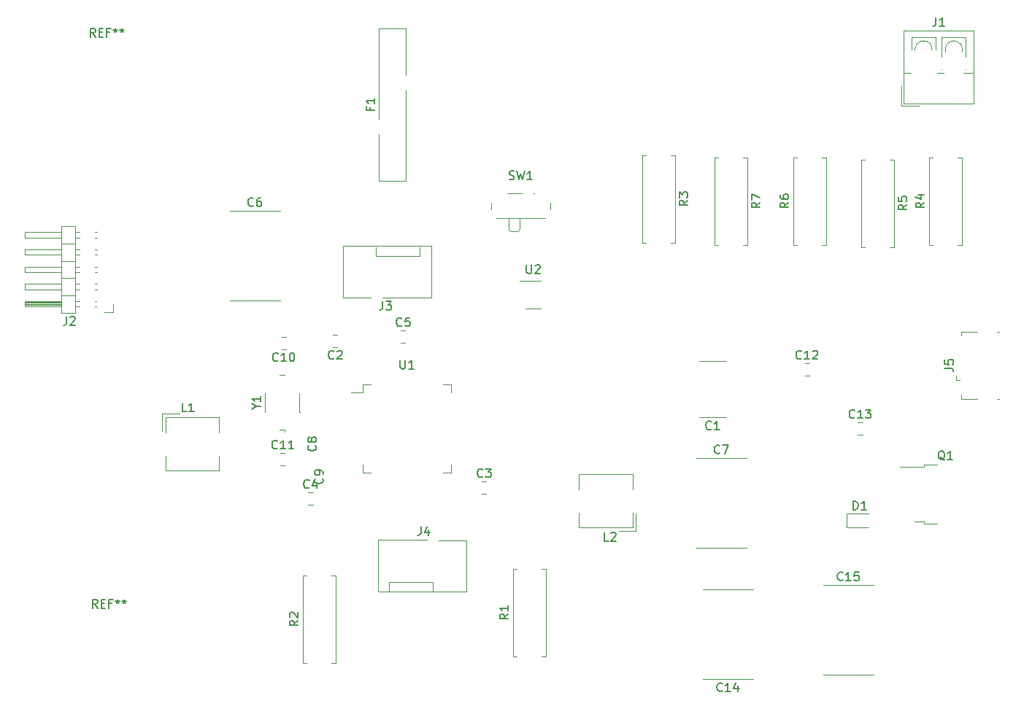
<source format=gbr>
%TF.GenerationSoftware,KiCad,Pcbnew,(5.1.6)-1*%
%TF.CreationDate,2021-02-28T15:35:06+06:00*%
%TF.ProjectId,STM32MCU + Buck Converter,53544d33-324d-4435-9520-2b204275636b,rev?*%
%TF.SameCoordinates,Original*%
%TF.FileFunction,Legend,Top*%
%TF.FilePolarity,Positive*%
%FSLAX46Y46*%
G04 Gerber Fmt 4.6, Leading zero omitted, Abs format (unit mm)*
G04 Created by KiCad (PCBNEW (5.1.6)-1) date 2021-02-28 15:35:06*
%MOMM*%
%LPD*%
G01*
G04 APERTURE LIST*
%ADD10C,0.120000*%
%ADD11C,0.150000*%
G04 APERTURE END LIST*
D10*
%TO.C,J5*%
X181583500Y-74344000D02*
X182033500Y-74344000D01*
X181583500Y-74344000D02*
X181583500Y-73894000D01*
X182133500Y-68744000D02*
X182133500Y-69194000D01*
X183983500Y-68744000D02*
X182133500Y-68744000D01*
X186533500Y-76544000D02*
X186283500Y-76544000D01*
X186533500Y-68744000D02*
X186283500Y-68744000D01*
X183983500Y-76544000D02*
X182133500Y-76544000D01*
X182133500Y-76544000D02*
X182133500Y-76094000D01*
%TO.C,U1*%
X122016000Y-85120000D02*
X122966000Y-85120000D01*
X122966000Y-85120000D02*
X122966000Y-84170000D01*
X113696000Y-85120000D02*
X112746000Y-85120000D01*
X112746000Y-85120000D02*
X112746000Y-84170000D01*
X122016000Y-74900000D02*
X122966000Y-74900000D01*
X122966000Y-74900000D02*
X122966000Y-75850000D01*
X113696000Y-74900000D02*
X112746000Y-74900000D01*
X112746000Y-74900000D02*
X112746000Y-75850000D01*
X112746000Y-75850000D02*
X111406000Y-75850000D01*
%TO.C,J1*%
X175490000Y-38693000D02*
X176260000Y-38693000D01*
X179340000Y-38693000D02*
X180167000Y-38693000D01*
X182434000Y-38693000D02*
X183610000Y-38693000D01*
X175490000Y-33832000D02*
X183610000Y-33832000D01*
X175490000Y-42252000D02*
X183610000Y-42252000D01*
X175490000Y-33832000D02*
X175490000Y-42252000D01*
X183610000Y-33832000D02*
X183610000Y-42252000D01*
X176400000Y-34592000D02*
X179200000Y-34592000D01*
X176400000Y-34592000D02*
X176400000Y-36052000D01*
X179200000Y-34592000D02*
X179200000Y-36052000D01*
X179900000Y-34592000D02*
X182700000Y-34592000D01*
X179900000Y-38342000D02*
X179901000Y-38342000D01*
X182700000Y-38342000D02*
X182700000Y-38342000D01*
X179900000Y-34592000D02*
X179900000Y-36903000D01*
X179900000Y-38281000D02*
X179900000Y-38342000D01*
X182700000Y-34592000D02*
X182700000Y-36903000D01*
X182700000Y-38281000D02*
X182700000Y-38342000D01*
X175250000Y-40252000D02*
X175250000Y-42492000D01*
X175250000Y-42492000D02*
X177250000Y-42492000D01*
X180360085Y-36334233D02*
G75*
G02*
X182240000Y-36334000I939915J342233D01*
G01*
X176802110Y-36062566D02*
G75*
G02*
X178798000Y-36061000I997890J70566D01*
G01*
%TO.C,J2*%
X79364000Y-66592000D02*
X79364000Y-56472000D01*
X79364000Y-56472000D02*
X77744000Y-56472000D01*
X77744000Y-56472000D02*
X77744000Y-66592000D01*
X77744000Y-66592000D02*
X79364000Y-66592000D01*
X77744000Y-65842000D02*
X73544000Y-65842000D01*
X73544000Y-65842000D02*
X73544000Y-65222000D01*
X73544000Y-65222000D02*
X77744000Y-65222000D01*
X77744000Y-65782000D02*
X73544000Y-65782000D01*
X77744000Y-65662000D02*
X73544000Y-65662000D01*
X77744000Y-65542000D02*
X73544000Y-65542000D01*
X77744000Y-65422000D02*
X73544000Y-65422000D01*
X77744000Y-65302000D02*
X73544000Y-65302000D01*
X79921886Y-65842000D02*
X79364000Y-65842000D01*
X79921886Y-65222000D02*
X79364000Y-65222000D01*
X81869000Y-65842000D02*
X81686114Y-65842000D01*
X81869000Y-65222000D02*
X81686114Y-65222000D01*
X79364000Y-64532000D02*
X77744000Y-64532000D01*
X77744000Y-63842000D02*
X73544000Y-63842000D01*
X73544000Y-63842000D02*
X73544000Y-63222000D01*
X73544000Y-63222000D02*
X77744000Y-63222000D01*
X79921886Y-63842000D02*
X79364000Y-63842000D01*
X79921886Y-63222000D02*
X79364000Y-63222000D01*
X81921886Y-63842000D02*
X81686114Y-63842000D01*
X81921886Y-63222000D02*
X81686114Y-63222000D01*
X79364000Y-62532000D02*
X77744000Y-62532000D01*
X77744000Y-61842000D02*
X73544000Y-61842000D01*
X73544000Y-61842000D02*
X73544000Y-61222000D01*
X73544000Y-61222000D02*
X77744000Y-61222000D01*
X79921886Y-61842000D02*
X79364000Y-61842000D01*
X79921886Y-61222000D02*
X79364000Y-61222000D01*
X81921886Y-61842000D02*
X81686114Y-61842000D01*
X81921886Y-61222000D02*
X81686114Y-61222000D01*
X79364000Y-60532000D02*
X77744000Y-60532000D01*
X77744000Y-59842000D02*
X73544000Y-59842000D01*
X73544000Y-59842000D02*
X73544000Y-59222000D01*
X73544000Y-59222000D02*
X77744000Y-59222000D01*
X79921886Y-59842000D02*
X79364000Y-59842000D01*
X79921886Y-59222000D02*
X79364000Y-59222000D01*
X81921886Y-59842000D02*
X81686114Y-59842000D01*
X81921886Y-59222000D02*
X81686114Y-59222000D01*
X79364000Y-58532000D02*
X77744000Y-58532000D01*
X77744000Y-57842000D02*
X73544000Y-57842000D01*
X73544000Y-57842000D02*
X73544000Y-57222000D01*
X73544000Y-57222000D02*
X77744000Y-57222000D01*
X79921886Y-57842000D02*
X79364000Y-57842000D01*
X79921886Y-57222000D02*
X79364000Y-57222000D01*
X81921886Y-57842000D02*
X81686114Y-57842000D01*
X81921886Y-57222000D02*
X81686114Y-57222000D01*
X83804000Y-65532000D02*
X83804000Y-66532000D01*
X83804000Y-66532000D02*
X82804000Y-66532000D01*
%TO.C,C1*%
X154853369Y-78723000D02*
X151808631Y-78723000D01*
X154853369Y-72153000D02*
X151808631Y-72153000D01*
%TO.C,C2*%
X109811078Y-69140000D02*
X109293922Y-69140000D01*
X109811078Y-70560000D02*
X109293922Y-70560000D01*
%TO.C,C3*%
X126565922Y-86158000D02*
X127083078Y-86158000D01*
X126565922Y-87578000D02*
X127083078Y-87578000D01*
%TO.C,C4*%
X106421422Y-88848000D02*
X106938578Y-88848000D01*
X106421422Y-87428000D02*
X106938578Y-87428000D01*
%TO.C,C5*%
X117167922Y-68632000D02*
X117685078Y-68632000D01*
X117167922Y-70052000D02*
X117685078Y-70052000D01*
%TO.C,C6*%
X97296631Y-54734000D02*
X103141369Y-54734000D01*
X97296631Y-65154000D02*
X103141369Y-65154000D01*
%TO.C,C7*%
X151398631Y-93856000D02*
X157243369Y-93856000D01*
X151398631Y-83436000D02*
X157243369Y-83436000D01*
%TO.C,C10*%
X103812078Y-70814000D02*
X103294922Y-70814000D01*
X103812078Y-69394000D02*
X103294922Y-69394000D01*
%TO.C,C11*%
X103197922Y-84276000D02*
X103715078Y-84276000D01*
X103197922Y-82856000D02*
X103715078Y-82856000D01*
%TO.C,C12*%
X164000922Y-72442000D02*
X164518078Y-72442000D01*
X164000922Y-73862000D02*
X164518078Y-73862000D01*
%TO.C,C13*%
X170175422Y-80720000D02*
X170692578Y-80720000D01*
X170175422Y-79300000D02*
X170692578Y-79300000D01*
%TO.C,C14*%
X158005369Y-109096000D02*
X152160631Y-109096000D01*
X158005369Y-98676000D02*
X152160631Y-98676000D01*
%TO.C,C15*%
X166130631Y-108588000D02*
X171975369Y-108588000D01*
X166130631Y-98168000D02*
X171975369Y-98168000D01*
%TO.C,D1*%
X168868000Y-89878000D02*
X168868000Y-91478000D01*
X168868000Y-91478000D02*
X171418000Y-91478000D01*
X168868000Y-89878000D02*
X171418000Y-89878000D01*
%TO.C,F1*%
X114570000Y-51258000D02*
X114570000Y-45837000D01*
X114570000Y-44079000D02*
X114570000Y-33558000D01*
X117770000Y-51258000D02*
X117770000Y-40736000D01*
X117770000Y-38979000D02*
X117770000Y-33558000D01*
X114570000Y-51258000D02*
X117770000Y-51258000D01*
X114570000Y-33558000D02*
X117770000Y-33558000D01*
%TO.C,J3*%
X114300000Y-59940000D02*
X114300000Y-58930000D01*
X119380000Y-59940000D02*
X114300000Y-59940000D01*
X119380000Y-58930000D02*
X119380000Y-59940000D01*
X120730000Y-58830000D02*
X120730000Y-64830000D01*
X110430000Y-58830000D02*
X120730000Y-58830000D01*
X110430000Y-64780000D02*
X110430000Y-58830000D01*
X113630000Y-64780000D02*
X110430000Y-64780000D01*
X120730000Y-64830000D02*
X114980000Y-64830000D01*
%TO.C,J4*%
X114474000Y-92904000D02*
X120224000Y-92904000D01*
X121574000Y-92954000D02*
X124774000Y-92954000D01*
X124774000Y-92954000D02*
X124774000Y-98904000D01*
X124774000Y-98904000D02*
X114474000Y-98904000D01*
X114474000Y-98904000D02*
X114474000Y-92904000D01*
X115824000Y-98804000D02*
X115824000Y-97794000D01*
X115824000Y-97794000D02*
X120904000Y-97794000D01*
X120904000Y-97794000D02*
X120904000Y-98804000D01*
%TO.C,L1*%
X89844000Y-83138000D02*
X89844000Y-84908000D01*
X89844000Y-78668000D02*
X89844000Y-80438000D01*
X89844000Y-84908000D02*
X96084000Y-84908000D01*
X96084000Y-83138000D02*
X96084000Y-84908000D01*
X96084000Y-78668000D02*
X96084000Y-80438000D01*
X89844000Y-78668000D02*
X96084000Y-78668000D01*
X89464000Y-78288000D02*
X91464000Y-78288000D01*
X89464000Y-80288000D02*
X89464000Y-78288000D01*
%TO.C,L2*%
X144426000Y-89892000D02*
X144426000Y-91892000D01*
X144426000Y-91892000D02*
X142426000Y-91892000D01*
X144046000Y-91512000D02*
X137806000Y-91512000D01*
X137806000Y-91512000D02*
X137806000Y-89742000D01*
X137806000Y-87042000D02*
X137806000Y-85272000D01*
X144046000Y-85272000D02*
X137806000Y-85272000D01*
X144046000Y-91512000D02*
X144046000Y-89742000D01*
X144046000Y-87042000D02*
X144046000Y-85272000D01*
%TO.C,Q1*%
X179370000Y-84180000D02*
X177870000Y-84180000D01*
X177870000Y-84180000D02*
X177870000Y-84450000D01*
X177870000Y-84450000D02*
X175040000Y-84450000D01*
X179370000Y-91080000D02*
X177870000Y-91080000D01*
X177870000Y-91080000D02*
X177870000Y-90810000D01*
X177870000Y-90810000D02*
X176770000Y-90810000D01*
%TO.C,R1*%
X130640000Y-106416000D02*
X130160000Y-106416000D01*
X130160000Y-106416000D02*
X130160000Y-96276000D01*
X130160000Y-96276000D02*
X130640000Y-96276000D01*
X133520000Y-106416000D02*
X134000000Y-106416000D01*
X134000000Y-106416000D02*
X134000000Y-96276000D01*
X134000000Y-96276000D02*
X133520000Y-96276000D01*
%TO.C,R2*%
X109616000Y-97038000D02*
X109136000Y-97038000D01*
X109616000Y-107178000D02*
X109616000Y-97038000D01*
X109136000Y-107178000D02*
X109616000Y-107178000D01*
X105776000Y-97038000D02*
X106256000Y-97038000D01*
X105776000Y-107178000D02*
X105776000Y-97038000D01*
X106256000Y-107178000D02*
X105776000Y-107178000D01*
%TO.C,R3*%
X148506000Y-48270000D02*
X148986000Y-48270000D01*
X148986000Y-48270000D02*
X148986000Y-58410000D01*
X148986000Y-58410000D02*
X148506000Y-58410000D01*
X145626000Y-48270000D02*
X145146000Y-48270000D01*
X145146000Y-48270000D02*
X145146000Y-58410000D01*
X145146000Y-58410000D02*
X145626000Y-58410000D01*
%TO.C,R4*%
X182260000Y-48524000D02*
X181780000Y-48524000D01*
X182260000Y-58664000D02*
X182260000Y-48524000D01*
X181780000Y-58664000D02*
X182260000Y-58664000D01*
X178420000Y-48524000D02*
X178900000Y-48524000D01*
X178420000Y-58664000D02*
X178420000Y-48524000D01*
X178900000Y-58664000D02*
X178420000Y-58664000D01*
%TO.C,R5*%
X173906000Y-48778000D02*
X174386000Y-48778000D01*
X174386000Y-48778000D02*
X174386000Y-58918000D01*
X174386000Y-58918000D02*
X173906000Y-58918000D01*
X171026000Y-48778000D02*
X170546000Y-48778000D01*
X170546000Y-48778000D02*
X170546000Y-58918000D01*
X170546000Y-58918000D02*
X171026000Y-58918000D01*
%TO.C,R6*%
X163152000Y-58664000D02*
X162672000Y-58664000D01*
X162672000Y-58664000D02*
X162672000Y-48524000D01*
X162672000Y-48524000D02*
X163152000Y-48524000D01*
X166032000Y-58664000D02*
X166512000Y-58664000D01*
X166512000Y-58664000D02*
X166512000Y-48524000D01*
X166512000Y-48524000D02*
X166032000Y-48524000D01*
%TO.C,R7*%
X153528000Y-58664000D02*
X154008000Y-58664000D01*
X153528000Y-48524000D02*
X153528000Y-58664000D01*
X154008000Y-48524000D02*
X153528000Y-48524000D01*
X157368000Y-58664000D02*
X156888000Y-58664000D01*
X157368000Y-48524000D02*
X157368000Y-58664000D01*
X156888000Y-48524000D02*
X157368000Y-48524000D01*
%TO.C,SW1*%
X132464000Y-52728000D02*
X132664000Y-52728000D01*
X129664000Y-56868000D02*
X129864000Y-57078000D01*
X130964000Y-56868000D02*
X130764000Y-57078000D01*
X129664000Y-55578000D02*
X129664000Y-56868000D01*
X129864000Y-57078000D02*
X130764000Y-57078000D01*
X130964000Y-56868000D02*
X130964000Y-55578000D01*
X128214000Y-55578000D02*
X133914000Y-55578000D01*
X129464000Y-52728000D02*
X131164000Y-52728000D01*
X127614000Y-53778000D02*
X127614000Y-54568000D01*
X134514000Y-54568000D02*
X134514000Y-53778000D01*
%TO.C,U2*%
X131604000Y-66060000D02*
X133404000Y-66060000D01*
X133404000Y-62840000D02*
X130954000Y-62840000D01*
%TO.C,Y1*%
X103678000Y-80402000D02*
X103678000Y-80162000D01*
X103678000Y-80162000D02*
X103078000Y-80162000D01*
X103078000Y-73762000D02*
X103678000Y-73762000D01*
X101428000Y-78062000D02*
X101428000Y-75862000D01*
X105328000Y-75862000D02*
X105328000Y-78062000D01*
X105328000Y-78062000D02*
X105568000Y-78062000D01*
%TO.C,REF\u002A\u002A*%
D11*
X81978666Y-100838380D02*
X81645333Y-100362190D01*
X81407238Y-100838380D02*
X81407238Y-99838380D01*
X81788190Y-99838380D01*
X81883428Y-99886000D01*
X81931047Y-99933619D01*
X81978666Y-100028857D01*
X81978666Y-100171714D01*
X81931047Y-100266952D01*
X81883428Y-100314571D01*
X81788190Y-100362190D01*
X81407238Y-100362190D01*
X82407238Y-100314571D02*
X82740571Y-100314571D01*
X82883428Y-100838380D02*
X82407238Y-100838380D01*
X82407238Y-99838380D01*
X82883428Y-99838380D01*
X83645333Y-100314571D02*
X83312000Y-100314571D01*
X83312000Y-100838380D02*
X83312000Y-99838380D01*
X83788190Y-99838380D01*
X84312000Y-99838380D02*
X84312000Y-100076476D01*
X84073904Y-99981238D02*
X84312000Y-100076476D01*
X84550095Y-99981238D01*
X84169142Y-100266952D02*
X84312000Y-100076476D01*
X84454857Y-100266952D01*
X85073904Y-99838380D02*
X85073904Y-100076476D01*
X84835809Y-99981238D02*
X85073904Y-100076476D01*
X85312000Y-99981238D01*
X84931047Y-100266952D02*
X85073904Y-100076476D01*
X85216761Y-100266952D01*
X81724666Y-34544380D02*
X81391333Y-34068190D01*
X81153238Y-34544380D02*
X81153238Y-33544380D01*
X81534190Y-33544380D01*
X81629428Y-33592000D01*
X81677047Y-33639619D01*
X81724666Y-33734857D01*
X81724666Y-33877714D01*
X81677047Y-33972952D01*
X81629428Y-34020571D01*
X81534190Y-34068190D01*
X81153238Y-34068190D01*
X82153238Y-34020571D02*
X82486571Y-34020571D01*
X82629428Y-34544380D02*
X82153238Y-34544380D01*
X82153238Y-33544380D01*
X82629428Y-33544380D01*
X83391333Y-34020571D02*
X83058000Y-34020571D01*
X83058000Y-34544380D02*
X83058000Y-33544380D01*
X83534190Y-33544380D01*
X84058000Y-33544380D02*
X84058000Y-33782476D01*
X83819904Y-33687238D02*
X84058000Y-33782476D01*
X84296095Y-33687238D01*
X83915142Y-33972952D02*
X84058000Y-33782476D01*
X84200857Y-33972952D01*
X84819904Y-33544380D02*
X84819904Y-33782476D01*
X84581809Y-33687238D02*
X84819904Y-33782476D01*
X85058000Y-33687238D01*
X84677047Y-33972952D02*
X84819904Y-33782476D01*
X84962761Y-33972952D01*
%TO.C,J5*%
X180235880Y-72977333D02*
X180950166Y-72977333D01*
X181093023Y-73024952D01*
X181188261Y-73120190D01*
X181235880Y-73263047D01*
X181235880Y-73358285D01*
X180235880Y-72024952D02*
X180235880Y-72501142D01*
X180712071Y-72548761D01*
X180664452Y-72501142D01*
X180616833Y-72405904D01*
X180616833Y-72167809D01*
X180664452Y-72072571D01*
X180712071Y-72024952D01*
X180807309Y-71977333D01*
X181045404Y-71977333D01*
X181140642Y-72024952D01*
X181188261Y-72072571D01*
X181235880Y-72167809D01*
X181235880Y-72405904D01*
X181188261Y-72501142D01*
X181140642Y-72548761D01*
%TO.C,U1*%
X117094095Y-72062380D02*
X117094095Y-72871904D01*
X117141714Y-72967142D01*
X117189333Y-73014761D01*
X117284571Y-73062380D01*
X117475047Y-73062380D01*
X117570285Y-73014761D01*
X117617904Y-72967142D01*
X117665523Y-72871904D01*
X117665523Y-72062380D01*
X118665523Y-73062380D02*
X118094095Y-73062380D01*
X118379809Y-73062380D02*
X118379809Y-72062380D01*
X118284571Y-72205238D01*
X118189333Y-72300476D01*
X118094095Y-72348095D01*
%TO.C,J1*%
X179216666Y-32284380D02*
X179216666Y-32998666D01*
X179169047Y-33141523D01*
X179073809Y-33236761D01*
X178930952Y-33284380D01*
X178835714Y-33284380D01*
X180216666Y-33284380D02*
X179645238Y-33284380D01*
X179930952Y-33284380D02*
X179930952Y-32284380D01*
X179835714Y-32427238D01*
X179740476Y-32522476D01*
X179645238Y-32570095D01*
%TO.C,J2*%
X78370666Y-66984380D02*
X78370666Y-67698666D01*
X78323047Y-67841523D01*
X78227809Y-67936761D01*
X78084952Y-67984380D01*
X77989714Y-67984380D01*
X78799238Y-67079619D02*
X78846857Y-67032000D01*
X78942095Y-66984380D01*
X79180190Y-66984380D01*
X79275428Y-67032000D01*
X79323047Y-67079619D01*
X79370666Y-67174857D01*
X79370666Y-67270095D01*
X79323047Y-67412952D01*
X78751619Y-67984380D01*
X79370666Y-67984380D01*
%TO.C,C1*%
X153164333Y-80045142D02*
X153116714Y-80092761D01*
X152973857Y-80140380D01*
X152878619Y-80140380D01*
X152735761Y-80092761D01*
X152640523Y-79997523D01*
X152592904Y-79902285D01*
X152545285Y-79711809D01*
X152545285Y-79568952D01*
X152592904Y-79378476D01*
X152640523Y-79283238D01*
X152735761Y-79188000D01*
X152878619Y-79140380D01*
X152973857Y-79140380D01*
X153116714Y-79188000D01*
X153164333Y-79235619D01*
X154116714Y-80140380D02*
X153545285Y-80140380D01*
X153831000Y-80140380D02*
X153831000Y-79140380D01*
X153735761Y-79283238D01*
X153640523Y-79378476D01*
X153545285Y-79426095D01*
%TO.C,C2*%
X109385833Y-71857142D02*
X109338214Y-71904761D01*
X109195357Y-71952380D01*
X109100119Y-71952380D01*
X108957261Y-71904761D01*
X108862023Y-71809523D01*
X108814404Y-71714285D01*
X108766785Y-71523809D01*
X108766785Y-71380952D01*
X108814404Y-71190476D01*
X108862023Y-71095238D01*
X108957261Y-71000000D01*
X109100119Y-70952380D01*
X109195357Y-70952380D01*
X109338214Y-71000000D01*
X109385833Y-71047619D01*
X109766785Y-71047619D02*
X109814404Y-71000000D01*
X109909642Y-70952380D01*
X110147738Y-70952380D01*
X110242976Y-71000000D01*
X110290595Y-71047619D01*
X110338214Y-71142857D01*
X110338214Y-71238095D01*
X110290595Y-71380952D01*
X109719166Y-71952380D01*
X110338214Y-71952380D01*
%TO.C,C3*%
X126657833Y-85575142D02*
X126610214Y-85622761D01*
X126467357Y-85670380D01*
X126372119Y-85670380D01*
X126229261Y-85622761D01*
X126134023Y-85527523D01*
X126086404Y-85432285D01*
X126038785Y-85241809D01*
X126038785Y-85098952D01*
X126086404Y-84908476D01*
X126134023Y-84813238D01*
X126229261Y-84718000D01*
X126372119Y-84670380D01*
X126467357Y-84670380D01*
X126610214Y-84718000D01*
X126657833Y-84765619D01*
X126991166Y-84670380D02*
X127610214Y-84670380D01*
X127276880Y-85051333D01*
X127419738Y-85051333D01*
X127514976Y-85098952D01*
X127562595Y-85146571D01*
X127610214Y-85241809D01*
X127610214Y-85479904D01*
X127562595Y-85575142D01*
X127514976Y-85622761D01*
X127419738Y-85670380D01*
X127134023Y-85670380D01*
X127038785Y-85622761D01*
X126991166Y-85575142D01*
%TO.C,C4*%
X106513333Y-86845142D02*
X106465714Y-86892761D01*
X106322857Y-86940380D01*
X106227619Y-86940380D01*
X106084761Y-86892761D01*
X105989523Y-86797523D01*
X105941904Y-86702285D01*
X105894285Y-86511809D01*
X105894285Y-86368952D01*
X105941904Y-86178476D01*
X105989523Y-86083238D01*
X106084761Y-85988000D01*
X106227619Y-85940380D01*
X106322857Y-85940380D01*
X106465714Y-85988000D01*
X106513333Y-86035619D01*
X107370476Y-86273714D02*
X107370476Y-86940380D01*
X107132380Y-85892761D02*
X106894285Y-86607047D01*
X107513333Y-86607047D01*
%TO.C,C5*%
X117259833Y-68049142D02*
X117212214Y-68096761D01*
X117069357Y-68144380D01*
X116974119Y-68144380D01*
X116831261Y-68096761D01*
X116736023Y-68001523D01*
X116688404Y-67906285D01*
X116640785Y-67715809D01*
X116640785Y-67572952D01*
X116688404Y-67382476D01*
X116736023Y-67287238D01*
X116831261Y-67192000D01*
X116974119Y-67144380D01*
X117069357Y-67144380D01*
X117212214Y-67192000D01*
X117259833Y-67239619D01*
X118164595Y-67144380D02*
X117688404Y-67144380D01*
X117640785Y-67620571D01*
X117688404Y-67572952D01*
X117783642Y-67525333D01*
X118021738Y-67525333D01*
X118116976Y-67572952D01*
X118164595Y-67620571D01*
X118212214Y-67715809D01*
X118212214Y-67953904D01*
X118164595Y-68049142D01*
X118116976Y-68096761D01*
X118021738Y-68144380D01*
X117783642Y-68144380D01*
X117688404Y-68096761D01*
X117640785Y-68049142D01*
%TO.C,C6*%
X100052333Y-54121142D02*
X100004714Y-54168761D01*
X99861857Y-54216380D01*
X99766619Y-54216380D01*
X99623761Y-54168761D01*
X99528523Y-54073523D01*
X99480904Y-53978285D01*
X99433285Y-53787809D01*
X99433285Y-53644952D01*
X99480904Y-53454476D01*
X99528523Y-53359238D01*
X99623761Y-53264000D01*
X99766619Y-53216380D01*
X99861857Y-53216380D01*
X100004714Y-53264000D01*
X100052333Y-53311619D01*
X100909476Y-53216380D02*
X100719000Y-53216380D01*
X100623761Y-53264000D01*
X100576142Y-53311619D01*
X100480904Y-53454476D01*
X100433285Y-53644952D01*
X100433285Y-54025904D01*
X100480904Y-54121142D01*
X100528523Y-54168761D01*
X100623761Y-54216380D01*
X100814238Y-54216380D01*
X100909476Y-54168761D01*
X100957095Y-54121142D01*
X101004714Y-54025904D01*
X101004714Y-53787809D01*
X100957095Y-53692571D01*
X100909476Y-53644952D01*
X100814238Y-53597333D01*
X100623761Y-53597333D01*
X100528523Y-53644952D01*
X100480904Y-53692571D01*
X100433285Y-53787809D01*
%TO.C,C7*%
X154154333Y-82823142D02*
X154106714Y-82870761D01*
X153963857Y-82918380D01*
X153868619Y-82918380D01*
X153725761Y-82870761D01*
X153630523Y-82775523D01*
X153582904Y-82680285D01*
X153535285Y-82489809D01*
X153535285Y-82346952D01*
X153582904Y-82156476D01*
X153630523Y-82061238D01*
X153725761Y-81966000D01*
X153868619Y-81918380D01*
X153963857Y-81918380D01*
X154106714Y-81966000D01*
X154154333Y-82013619D01*
X154487666Y-81918380D02*
X155154333Y-81918380D01*
X154725761Y-82918380D01*
%TO.C,C8*%
X107257142Y-81954666D02*
X107304761Y-82002285D01*
X107352380Y-82145142D01*
X107352380Y-82240380D01*
X107304761Y-82383238D01*
X107209523Y-82478476D01*
X107114285Y-82526095D01*
X106923809Y-82573714D01*
X106780952Y-82573714D01*
X106590476Y-82526095D01*
X106495238Y-82478476D01*
X106400000Y-82383238D01*
X106352380Y-82240380D01*
X106352380Y-82145142D01*
X106400000Y-82002285D01*
X106447619Y-81954666D01*
X106780952Y-81383238D02*
X106733333Y-81478476D01*
X106685714Y-81526095D01*
X106590476Y-81573714D01*
X106542857Y-81573714D01*
X106447619Y-81526095D01*
X106400000Y-81478476D01*
X106352380Y-81383238D01*
X106352380Y-81192761D01*
X106400000Y-81097523D01*
X106447619Y-81049904D01*
X106542857Y-81002285D01*
X106590476Y-81002285D01*
X106685714Y-81049904D01*
X106733333Y-81097523D01*
X106780952Y-81192761D01*
X106780952Y-81383238D01*
X106828571Y-81478476D01*
X106876190Y-81526095D01*
X106971428Y-81573714D01*
X107161904Y-81573714D01*
X107257142Y-81526095D01*
X107304761Y-81478476D01*
X107352380Y-81383238D01*
X107352380Y-81192761D01*
X107304761Y-81097523D01*
X107257142Y-81049904D01*
X107161904Y-81002285D01*
X106971428Y-81002285D01*
X106876190Y-81049904D01*
X106828571Y-81097523D01*
X106780952Y-81192761D01*
%TO.C,C9*%
X108053142Y-85764666D02*
X108100761Y-85812285D01*
X108148380Y-85955142D01*
X108148380Y-86050380D01*
X108100761Y-86193238D01*
X108005523Y-86288476D01*
X107910285Y-86336095D01*
X107719809Y-86383714D01*
X107576952Y-86383714D01*
X107386476Y-86336095D01*
X107291238Y-86288476D01*
X107196000Y-86193238D01*
X107148380Y-86050380D01*
X107148380Y-85955142D01*
X107196000Y-85812285D01*
X107243619Y-85764666D01*
X108148380Y-85288476D02*
X108148380Y-85098000D01*
X108100761Y-85002761D01*
X108053142Y-84955142D01*
X107910285Y-84859904D01*
X107719809Y-84812285D01*
X107338857Y-84812285D01*
X107243619Y-84859904D01*
X107196000Y-84907523D01*
X107148380Y-85002761D01*
X107148380Y-85193238D01*
X107196000Y-85288476D01*
X107243619Y-85336095D01*
X107338857Y-85383714D01*
X107576952Y-85383714D01*
X107672190Y-85336095D01*
X107719809Y-85288476D01*
X107767428Y-85193238D01*
X107767428Y-85002761D01*
X107719809Y-84907523D01*
X107672190Y-84859904D01*
X107576952Y-84812285D01*
%TO.C,C10*%
X102910642Y-72111142D02*
X102863023Y-72158761D01*
X102720166Y-72206380D01*
X102624928Y-72206380D01*
X102482071Y-72158761D01*
X102386833Y-72063523D01*
X102339214Y-71968285D01*
X102291595Y-71777809D01*
X102291595Y-71634952D01*
X102339214Y-71444476D01*
X102386833Y-71349238D01*
X102482071Y-71254000D01*
X102624928Y-71206380D01*
X102720166Y-71206380D01*
X102863023Y-71254000D01*
X102910642Y-71301619D01*
X103863023Y-72206380D02*
X103291595Y-72206380D01*
X103577309Y-72206380D02*
X103577309Y-71206380D01*
X103482071Y-71349238D01*
X103386833Y-71444476D01*
X103291595Y-71492095D01*
X104482071Y-71206380D02*
X104577309Y-71206380D01*
X104672547Y-71254000D01*
X104720166Y-71301619D01*
X104767785Y-71396857D01*
X104815404Y-71587333D01*
X104815404Y-71825428D01*
X104767785Y-72015904D01*
X104720166Y-72111142D01*
X104672547Y-72158761D01*
X104577309Y-72206380D01*
X104482071Y-72206380D01*
X104386833Y-72158761D01*
X104339214Y-72111142D01*
X104291595Y-72015904D01*
X104243976Y-71825428D01*
X104243976Y-71587333D01*
X104291595Y-71396857D01*
X104339214Y-71301619D01*
X104386833Y-71254000D01*
X104482071Y-71206380D01*
%TO.C,C11*%
X102813642Y-82273142D02*
X102766023Y-82320761D01*
X102623166Y-82368380D01*
X102527928Y-82368380D01*
X102385071Y-82320761D01*
X102289833Y-82225523D01*
X102242214Y-82130285D01*
X102194595Y-81939809D01*
X102194595Y-81796952D01*
X102242214Y-81606476D01*
X102289833Y-81511238D01*
X102385071Y-81416000D01*
X102527928Y-81368380D01*
X102623166Y-81368380D01*
X102766023Y-81416000D01*
X102813642Y-81463619D01*
X103766023Y-82368380D02*
X103194595Y-82368380D01*
X103480309Y-82368380D02*
X103480309Y-81368380D01*
X103385071Y-81511238D01*
X103289833Y-81606476D01*
X103194595Y-81654095D01*
X104718404Y-82368380D02*
X104146976Y-82368380D01*
X104432690Y-82368380D02*
X104432690Y-81368380D01*
X104337452Y-81511238D01*
X104242214Y-81606476D01*
X104146976Y-81654095D01*
%TO.C,C12*%
X163616642Y-71859142D02*
X163569023Y-71906761D01*
X163426166Y-71954380D01*
X163330928Y-71954380D01*
X163188071Y-71906761D01*
X163092833Y-71811523D01*
X163045214Y-71716285D01*
X162997595Y-71525809D01*
X162997595Y-71382952D01*
X163045214Y-71192476D01*
X163092833Y-71097238D01*
X163188071Y-71002000D01*
X163330928Y-70954380D01*
X163426166Y-70954380D01*
X163569023Y-71002000D01*
X163616642Y-71049619D01*
X164569023Y-71954380D02*
X163997595Y-71954380D01*
X164283309Y-71954380D02*
X164283309Y-70954380D01*
X164188071Y-71097238D01*
X164092833Y-71192476D01*
X163997595Y-71240095D01*
X164949976Y-71049619D02*
X164997595Y-71002000D01*
X165092833Y-70954380D01*
X165330928Y-70954380D01*
X165426166Y-71002000D01*
X165473785Y-71049619D01*
X165521404Y-71144857D01*
X165521404Y-71240095D01*
X165473785Y-71382952D01*
X164902357Y-71954380D01*
X165521404Y-71954380D01*
%TO.C,C13*%
X169791142Y-78717142D02*
X169743523Y-78764761D01*
X169600666Y-78812380D01*
X169505428Y-78812380D01*
X169362571Y-78764761D01*
X169267333Y-78669523D01*
X169219714Y-78574285D01*
X169172095Y-78383809D01*
X169172095Y-78240952D01*
X169219714Y-78050476D01*
X169267333Y-77955238D01*
X169362571Y-77860000D01*
X169505428Y-77812380D01*
X169600666Y-77812380D01*
X169743523Y-77860000D01*
X169791142Y-77907619D01*
X170743523Y-78812380D02*
X170172095Y-78812380D01*
X170457809Y-78812380D02*
X170457809Y-77812380D01*
X170362571Y-77955238D01*
X170267333Y-78050476D01*
X170172095Y-78098095D01*
X171076857Y-77812380D02*
X171695904Y-77812380D01*
X171362571Y-78193333D01*
X171505428Y-78193333D01*
X171600666Y-78240952D01*
X171648285Y-78288571D01*
X171695904Y-78383809D01*
X171695904Y-78621904D01*
X171648285Y-78717142D01*
X171600666Y-78764761D01*
X171505428Y-78812380D01*
X171219714Y-78812380D01*
X171124476Y-78764761D01*
X171076857Y-78717142D01*
%TO.C,C14*%
X154440142Y-110423142D02*
X154392523Y-110470761D01*
X154249666Y-110518380D01*
X154154428Y-110518380D01*
X154011571Y-110470761D01*
X153916333Y-110375523D01*
X153868714Y-110280285D01*
X153821095Y-110089809D01*
X153821095Y-109946952D01*
X153868714Y-109756476D01*
X153916333Y-109661238D01*
X154011571Y-109566000D01*
X154154428Y-109518380D01*
X154249666Y-109518380D01*
X154392523Y-109566000D01*
X154440142Y-109613619D01*
X155392523Y-110518380D02*
X154821095Y-110518380D01*
X155106809Y-110518380D02*
X155106809Y-109518380D01*
X155011571Y-109661238D01*
X154916333Y-109756476D01*
X154821095Y-109804095D01*
X156249666Y-109851714D02*
X156249666Y-110518380D01*
X156011571Y-109470761D02*
X155773476Y-110185047D01*
X156392523Y-110185047D01*
%TO.C,C15*%
X168410142Y-97555142D02*
X168362523Y-97602761D01*
X168219666Y-97650380D01*
X168124428Y-97650380D01*
X167981571Y-97602761D01*
X167886333Y-97507523D01*
X167838714Y-97412285D01*
X167791095Y-97221809D01*
X167791095Y-97078952D01*
X167838714Y-96888476D01*
X167886333Y-96793238D01*
X167981571Y-96698000D01*
X168124428Y-96650380D01*
X168219666Y-96650380D01*
X168362523Y-96698000D01*
X168410142Y-96745619D01*
X169362523Y-97650380D02*
X168791095Y-97650380D01*
X169076809Y-97650380D02*
X169076809Y-96650380D01*
X168981571Y-96793238D01*
X168886333Y-96888476D01*
X168791095Y-96936095D01*
X170267285Y-96650380D02*
X169791095Y-96650380D01*
X169743476Y-97126571D01*
X169791095Y-97078952D01*
X169886333Y-97031333D01*
X170124428Y-97031333D01*
X170219666Y-97078952D01*
X170267285Y-97126571D01*
X170314904Y-97221809D01*
X170314904Y-97459904D01*
X170267285Y-97555142D01*
X170219666Y-97602761D01*
X170124428Y-97650380D01*
X169886333Y-97650380D01*
X169791095Y-97602761D01*
X169743476Y-97555142D01*
%TO.C,D1*%
X169629904Y-89430380D02*
X169629904Y-88430380D01*
X169868000Y-88430380D01*
X170010857Y-88478000D01*
X170106095Y-88573238D01*
X170153714Y-88668476D01*
X170201333Y-88858952D01*
X170201333Y-89001809D01*
X170153714Y-89192285D01*
X170106095Y-89287523D01*
X170010857Y-89382761D01*
X169868000Y-89430380D01*
X169629904Y-89430380D01*
X171153714Y-89430380D02*
X170582285Y-89430380D01*
X170868000Y-89430380D02*
X170868000Y-88430380D01*
X170772761Y-88573238D01*
X170677523Y-88668476D01*
X170582285Y-88716095D01*
%TO.C,F1*%
X113598571Y-42741333D02*
X113598571Y-43074666D01*
X114122380Y-43074666D02*
X113122380Y-43074666D01*
X113122380Y-42598476D01*
X114122380Y-41693714D02*
X114122380Y-42265142D01*
X114122380Y-41979428D02*
X113122380Y-41979428D01*
X113265238Y-42074666D01*
X113360476Y-42169904D01*
X113408095Y-42265142D01*
%TO.C,J3*%
X115046666Y-65232380D02*
X115046666Y-65946666D01*
X114999047Y-66089523D01*
X114903809Y-66184761D01*
X114760952Y-66232380D01*
X114665714Y-66232380D01*
X115427619Y-65232380D02*
X116046666Y-65232380D01*
X115713333Y-65613333D01*
X115856190Y-65613333D01*
X115951428Y-65660952D01*
X115999047Y-65708571D01*
X116046666Y-65803809D01*
X116046666Y-66041904D01*
X115999047Y-66137142D01*
X115951428Y-66184761D01*
X115856190Y-66232380D01*
X115570476Y-66232380D01*
X115475238Y-66184761D01*
X115427619Y-66137142D01*
%TO.C,J4*%
X119490666Y-91406380D02*
X119490666Y-92120666D01*
X119443047Y-92263523D01*
X119347809Y-92358761D01*
X119204952Y-92406380D01*
X119109714Y-92406380D01*
X120395428Y-91739714D02*
X120395428Y-92406380D01*
X120157333Y-91358761D02*
X119919238Y-92073047D01*
X120538285Y-92073047D01*
%TO.C,L1*%
X92297333Y-78040380D02*
X91821142Y-78040380D01*
X91821142Y-77040380D01*
X93154476Y-78040380D02*
X92583047Y-78040380D01*
X92868761Y-78040380D02*
X92868761Y-77040380D01*
X92773523Y-77183238D01*
X92678285Y-77278476D01*
X92583047Y-77326095D01*
%TO.C,L2*%
X141259333Y-93044380D02*
X140783142Y-93044380D01*
X140783142Y-92044380D01*
X141545047Y-92139619D02*
X141592666Y-92092000D01*
X141687904Y-92044380D01*
X141926000Y-92044380D01*
X142021238Y-92092000D01*
X142068857Y-92139619D01*
X142116476Y-92234857D01*
X142116476Y-92330095D01*
X142068857Y-92472952D01*
X141497428Y-93044380D01*
X142116476Y-93044380D01*
%TO.C,Q1*%
X180244761Y-83677619D02*
X180149523Y-83630000D01*
X180054285Y-83534761D01*
X179911428Y-83391904D01*
X179816190Y-83344285D01*
X179720952Y-83344285D01*
X179768571Y-83582380D02*
X179673333Y-83534761D01*
X179578095Y-83439523D01*
X179530476Y-83249047D01*
X179530476Y-82915714D01*
X179578095Y-82725238D01*
X179673333Y-82630000D01*
X179768571Y-82582380D01*
X179959047Y-82582380D01*
X180054285Y-82630000D01*
X180149523Y-82725238D01*
X180197142Y-82915714D01*
X180197142Y-83249047D01*
X180149523Y-83439523D01*
X180054285Y-83534761D01*
X179959047Y-83582380D01*
X179768571Y-83582380D01*
X181149523Y-83582380D02*
X180578095Y-83582380D01*
X180863809Y-83582380D02*
X180863809Y-82582380D01*
X180768571Y-82725238D01*
X180673333Y-82820476D01*
X180578095Y-82868095D01*
%TO.C,R1*%
X129612380Y-101512666D02*
X129136190Y-101846000D01*
X129612380Y-102084095D02*
X128612380Y-102084095D01*
X128612380Y-101703142D01*
X128660000Y-101607904D01*
X128707619Y-101560285D01*
X128802857Y-101512666D01*
X128945714Y-101512666D01*
X129040952Y-101560285D01*
X129088571Y-101607904D01*
X129136190Y-101703142D01*
X129136190Y-102084095D01*
X129612380Y-100560285D02*
X129612380Y-101131714D01*
X129612380Y-100846000D02*
X128612380Y-100846000D01*
X128755238Y-100941238D01*
X128850476Y-101036476D01*
X128898095Y-101131714D01*
%TO.C,R2*%
X105228380Y-102274666D02*
X104752190Y-102608000D01*
X105228380Y-102846095D02*
X104228380Y-102846095D01*
X104228380Y-102465142D01*
X104276000Y-102369904D01*
X104323619Y-102322285D01*
X104418857Y-102274666D01*
X104561714Y-102274666D01*
X104656952Y-102322285D01*
X104704571Y-102369904D01*
X104752190Y-102465142D01*
X104752190Y-102846095D01*
X104323619Y-101893714D02*
X104276000Y-101846095D01*
X104228380Y-101750857D01*
X104228380Y-101512761D01*
X104276000Y-101417523D01*
X104323619Y-101369904D01*
X104418857Y-101322285D01*
X104514095Y-101322285D01*
X104656952Y-101369904D01*
X105228380Y-101941333D01*
X105228380Y-101322285D01*
%TO.C,R3*%
X150438380Y-53506666D02*
X149962190Y-53840000D01*
X150438380Y-54078095D02*
X149438380Y-54078095D01*
X149438380Y-53697142D01*
X149486000Y-53601904D01*
X149533619Y-53554285D01*
X149628857Y-53506666D01*
X149771714Y-53506666D01*
X149866952Y-53554285D01*
X149914571Y-53601904D01*
X149962190Y-53697142D01*
X149962190Y-54078095D01*
X149438380Y-53173333D02*
X149438380Y-52554285D01*
X149819333Y-52887619D01*
X149819333Y-52744761D01*
X149866952Y-52649523D01*
X149914571Y-52601904D01*
X150009809Y-52554285D01*
X150247904Y-52554285D01*
X150343142Y-52601904D01*
X150390761Y-52649523D01*
X150438380Y-52744761D01*
X150438380Y-53030476D01*
X150390761Y-53125714D01*
X150343142Y-53173333D01*
%TO.C,R4*%
X177872380Y-53760666D02*
X177396190Y-54094000D01*
X177872380Y-54332095D02*
X176872380Y-54332095D01*
X176872380Y-53951142D01*
X176920000Y-53855904D01*
X176967619Y-53808285D01*
X177062857Y-53760666D01*
X177205714Y-53760666D01*
X177300952Y-53808285D01*
X177348571Y-53855904D01*
X177396190Y-53951142D01*
X177396190Y-54332095D01*
X177205714Y-52903523D02*
X177872380Y-52903523D01*
X176824761Y-53141619D02*
X177539047Y-53379714D01*
X177539047Y-52760666D01*
%TO.C,R5*%
X175838380Y-54014666D02*
X175362190Y-54348000D01*
X175838380Y-54586095D02*
X174838380Y-54586095D01*
X174838380Y-54205142D01*
X174886000Y-54109904D01*
X174933619Y-54062285D01*
X175028857Y-54014666D01*
X175171714Y-54014666D01*
X175266952Y-54062285D01*
X175314571Y-54109904D01*
X175362190Y-54205142D01*
X175362190Y-54586095D01*
X174838380Y-53109904D02*
X174838380Y-53586095D01*
X175314571Y-53633714D01*
X175266952Y-53586095D01*
X175219333Y-53490857D01*
X175219333Y-53252761D01*
X175266952Y-53157523D01*
X175314571Y-53109904D01*
X175409809Y-53062285D01*
X175647904Y-53062285D01*
X175743142Y-53109904D01*
X175790761Y-53157523D01*
X175838380Y-53252761D01*
X175838380Y-53490857D01*
X175790761Y-53586095D01*
X175743142Y-53633714D01*
%TO.C,R6*%
X162124380Y-53760666D02*
X161648190Y-54094000D01*
X162124380Y-54332095D02*
X161124380Y-54332095D01*
X161124380Y-53951142D01*
X161172000Y-53855904D01*
X161219619Y-53808285D01*
X161314857Y-53760666D01*
X161457714Y-53760666D01*
X161552952Y-53808285D01*
X161600571Y-53855904D01*
X161648190Y-53951142D01*
X161648190Y-54332095D01*
X161124380Y-52903523D02*
X161124380Y-53094000D01*
X161172000Y-53189238D01*
X161219619Y-53236857D01*
X161362476Y-53332095D01*
X161552952Y-53379714D01*
X161933904Y-53379714D01*
X162029142Y-53332095D01*
X162076761Y-53284476D01*
X162124380Y-53189238D01*
X162124380Y-52998761D01*
X162076761Y-52903523D01*
X162029142Y-52855904D01*
X161933904Y-52808285D01*
X161695809Y-52808285D01*
X161600571Y-52855904D01*
X161552952Y-52903523D01*
X161505333Y-52998761D01*
X161505333Y-53189238D01*
X161552952Y-53284476D01*
X161600571Y-53332095D01*
X161695809Y-53379714D01*
%TO.C,R7*%
X158820380Y-53760666D02*
X158344190Y-54094000D01*
X158820380Y-54332095D02*
X157820380Y-54332095D01*
X157820380Y-53951142D01*
X157868000Y-53855904D01*
X157915619Y-53808285D01*
X158010857Y-53760666D01*
X158153714Y-53760666D01*
X158248952Y-53808285D01*
X158296571Y-53855904D01*
X158344190Y-53951142D01*
X158344190Y-54332095D01*
X157820380Y-53427333D02*
X157820380Y-52760666D01*
X158820380Y-53189238D01*
%TO.C,SW1*%
X129730666Y-51052761D02*
X129873523Y-51100380D01*
X130111619Y-51100380D01*
X130206857Y-51052761D01*
X130254476Y-51005142D01*
X130302095Y-50909904D01*
X130302095Y-50814666D01*
X130254476Y-50719428D01*
X130206857Y-50671809D01*
X130111619Y-50624190D01*
X129921142Y-50576571D01*
X129825904Y-50528952D01*
X129778285Y-50481333D01*
X129730666Y-50386095D01*
X129730666Y-50290857D01*
X129778285Y-50195619D01*
X129825904Y-50148000D01*
X129921142Y-50100380D01*
X130159238Y-50100380D01*
X130302095Y-50148000D01*
X130635428Y-50100380D02*
X130873523Y-51100380D01*
X131064000Y-50386095D01*
X131254476Y-51100380D01*
X131492571Y-50100380D01*
X132397333Y-51100380D02*
X131825904Y-51100380D01*
X132111619Y-51100380D02*
X132111619Y-50100380D01*
X132016380Y-50243238D01*
X131921142Y-50338476D01*
X131825904Y-50386095D01*
%TO.C,U2*%
X131742095Y-61002380D02*
X131742095Y-61811904D01*
X131789714Y-61907142D01*
X131837333Y-61954761D01*
X131932571Y-62002380D01*
X132123047Y-62002380D01*
X132218285Y-61954761D01*
X132265904Y-61907142D01*
X132313523Y-61811904D01*
X132313523Y-61002380D01*
X132742095Y-61097619D02*
X132789714Y-61050000D01*
X132884952Y-61002380D01*
X133123047Y-61002380D01*
X133218285Y-61050000D01*
X133265904Y-61097619D01*
X133313523Y-61192857D01*
X133313523Y-61288095D01*
X133265904Y-61430952D01*
X132694476Y-62002380D01*
X133313523Y-62002380D01*
%TO.C,Y1*%
X100404190Y-77438190D02*
X100880380Y-77438190D01*
X99880380Y-77771523D02*
X100404190Y-77438190D01*
X99880380Y-77104857D01*
X100880380Y-76247714D02*
X100880380Y-76819142D01*
X100880380Y-76533428D02*
X99880380Y-76533428D01*
X100023238Y-76628666D01*
X100118476Y-76723904D01*
X100166095Y-76819142D01*
%TD*%
M02*

</source>
